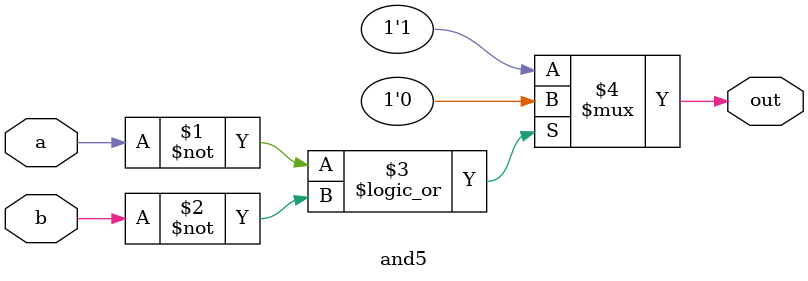
<source format=v>
module and5 (
  input a,
  input b,
  output out
);

  assign out = (a == 1'b0 || b == 1'b0) ? 1'b0 : 1'b1;

endmodule
</source>
